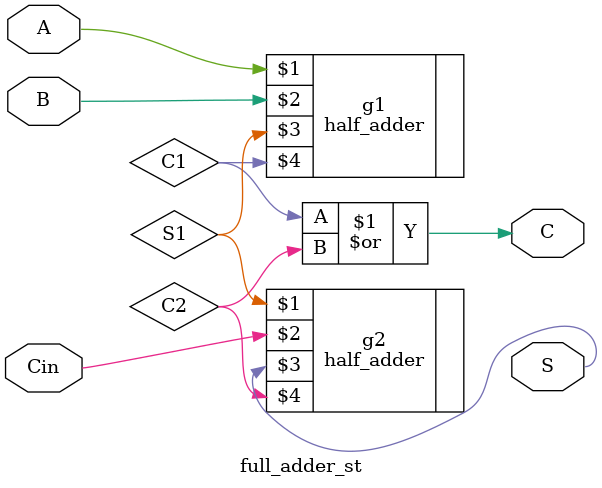
<source format=v>
module full_adder_st(A,B,Cin,S,C);
input A,B,Cin;
output S,C;
half_adder g1(A,B,S1,C1);
half_adder g2(S1,Cin,S,C2);
or g3(C,C1,C2);
endmodule
</source>
